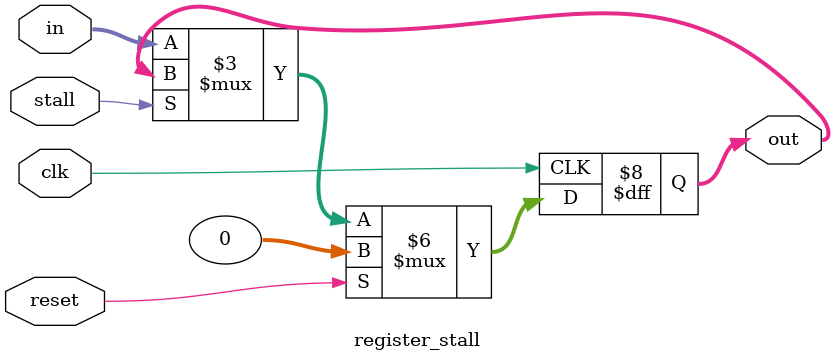
<source format=v>
module register_stall
#(parameter width=32)
(
	input stall,
	input [width-1:0] in,
	output reg [width-1:0] out,
	input clk, reset
);


always@(posedge clk)
begin
	if(reset)
		out <= 0;
	else if(!stall)
		out <= in;
end
endmodule
</source>
